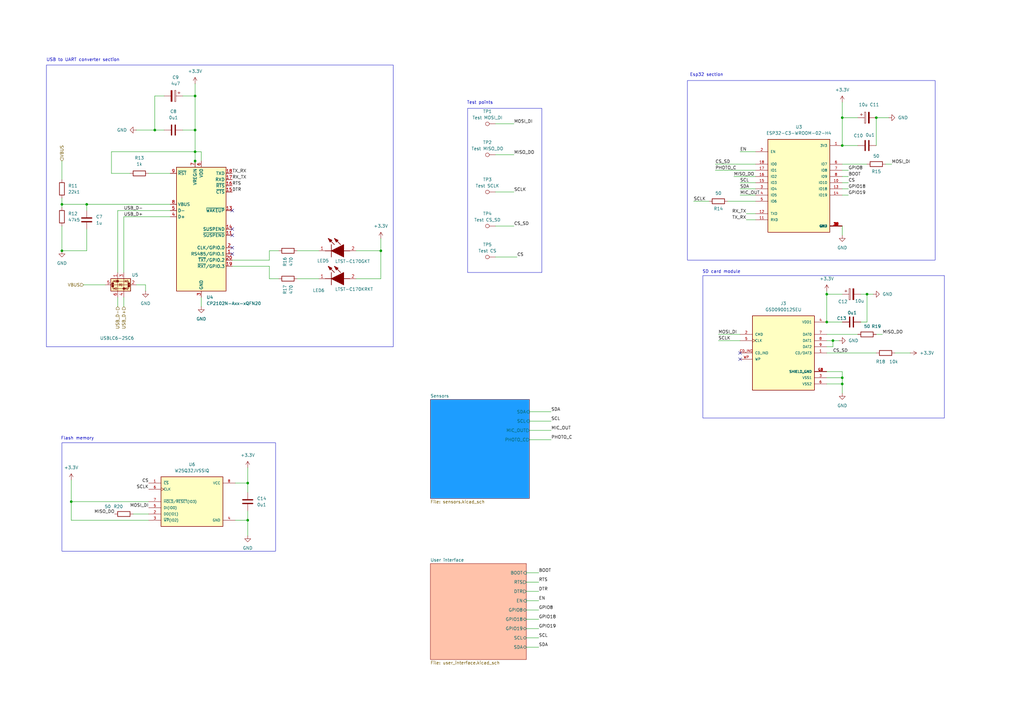
<source format=kicad_sch>
(kicad_sch (version 20250114) (generator "eeschema") (generator_version "9.0")
  (paper "A3")
  (lib_symbols
    (symbol "Connector:TestPoint" (pin_numbers (hide yes)) (pin_names (offset 0.762) (hide yes))
      (property "Reference" "TP" (at 0 6.858 0))
      (property "Value" "TestPoint" (at 0 5.08 0))
      (symbol "TestPoint_0_1"
        (circle (center 0 3.302) (radius 0.762))
      )
      (symbol "TestPoint_1_1"
        (pin passive line (at 0 0 90) (length 2.54) (name "1") (number "1"))
      )
    )
    (symbol "Device:C" (pin_numbers (hide yes)) (pin_names (offset 0.254))
      (property "Reference" "C" (at 0.635 2.54 0))
      (property "Value" "C" (at 0.635 -2.54 0))
      (symbol "C_0_1"
        (polyline (pts (xy -2.032 0.762) (xy 2.032 0.762)) (stroke (width 0.508)))
        (polyline (pts (xy -2.032 -0.762) (xy 2.032 -0.762)) (stroke (width 0.508)))
      )
      (symbol "C_1_1"
        (pin passive line (at 0 3.81 270) (length 2.794) (name "~") (number "1"))
        (pin passive line (at 0 -3.81 90) (length 2.794) (name "~") (number "2"))
      )
    )
    (symbol "Device:C_Polarized" (pin_numbers (hide yes)) (pin_names (offset 0.254))
      (property "Reference" "C" (at 0.635 2.54 0))
      (property "Value" "C_Polarized" (at 0.635 -2.54 0))
      (symbol "C_Polarized_0_1"
        (rectangle (start -2.286 0.508) (end 2.286 1.016))
        (polyline (pts (xy -1.778 2.286) (xy -0.762 2.286)))
        (polyline (pts (xy -1.27 2.794) (xy -1.27 1.778)))
        (rectangle (start 2.286 -0.508) (end -2.286 -1.016) (fill (type outline)))
      )
      (symbol "C_Polarized_1_1"
        (pin passive line (at 0 3.81 270) (length 2.794) (name "~") (number "1"))
        (pin passive line (at 0 -3.81 90) (length 2.794) (name "~") (number "2"))
      )
    )
    (symbol "Device:R" (pin_numbers (hide yes)) (pin_names (offset 0))
      (property "Reference" "R" (at 2.032 0 90))
      (property "Value" "R" (at 0 0 90))
      (symbol "R_0_1"
        (rectangle (start -1.016 -2.54) (end 1.016 2.54) (stroke (width 0.254)))
      )
      (symbol "R_1_1"
        (pin passive line (at 0 3.81 270) (length 1.27) (name "~") (number "1"))
        (pin passive line (at 0 -3.81 90) (length 1.27) (name "~") (number "2"))
      )
    )
    (symbol "ESP32-C3-WROOM-02-H4:ESP32-C3-WROOM-02-H4" (pin_names (offset 1.016))
      (property "Reference" "U" (at -12.7 21.082 0))
      (property "Value" "ESP32-C3-WROOM-02-H4" (at -12.7 -18.542 0))
      (symbol "ESP32-C3-WROOM-02-H4_0_0"
        (rectangle (start -12.7 -17.78) (end 12.7 20.32) (stroke (width 0.254)) (fill (type background)))
        (pin input line (at -17.78 15.24 0) (length 5.08) (name "EN") (number "2"))
        (pin bidirectional line (at -17.78 10.16 0) (length 5.08) (name "IO0") (number "18"))
        (pin bidirectional line (at -17.78 7.62 0) (length 5.08) (name "IO1") (number "17"))
        (pin bidirectional line (at -17.78 5.08 0) (length 5.08) (name "IO2") (number "16"))
        (pin bidirectional line (at -17.78 2.54 0) (length 5.08) (name "IO3") (number "15"))
        (pin bidirectional line (at -17.78 0 0) (length 5.08) (name "IO4") (number "3"))
        (pin bidirectional line (at -17.78 -2.54 0) (length 5.08) (name "IO5") (number "4"))
        (pin bidirectional line (at -17.78 -5.08 0) (length 5.08) (name "IO6") (number "5"))
        (pin bidirectional line (at -17.78 -10.16 0) (length 5.08) (name "TXD") (number "12"))
        (pin bidirectional line (at -17.78 -12.7 0) (length 5.08) (name "RXD") (number "11"))
        (pin power_in line (at 17.78 17.78 180) (length 5.08) (name "3V3") (number "1"))
        (pin bidirectional line (at 17.78 10.16 180) (length 5.08) (name "IO7") (number "6"))
        (pin bidirectional line (at 17.78 7.62 180) (length 5.08) (name "IO8") (number "7"))
        (pin bidirectional line (at 17.78 5.08 180) (length 5.08) (name "IO9") (number "8"))
        (pin bidirectional line (at 17.78 2.54 180) (length 5.08) (name "IO10") (number "10"))
        (pin bidirectional line (at 17.78 0 180) (length 5.08) (name "IO18") (number "13"))
        (pin bidirectional line (at 17.78 -2.54 180) (length 5.08) (name "IO19") (number "14"))
        (pin power_in line (at 17.78 -15.24 180) (length 5.08) (name "GND") (number "19"))
        (pin power_in line (at 17.78 -15.24 180) (length 5.08) (name "GND") (number "20"))
        (pin power_in line (at 17.78 -15.24 180) (length 5.08) (name "GND") (number "21"))
        (pin power_in line (at 17.78 -15.24 180) (length 5.08) (name "GND") (number "22"))
        (pin power_in line (at 17.78 -15.24 180) (length 5.08) (name "GND") (number "23"))
        (pin power_in line (at 17.78 -15.24 180) (length 5.08) (name "GND") (number "24"))
        (pin power_in line (at 17.78 -15.24 180) (length 5.08) (name "GND") (number "25"))
        (pin power_in line (at 17.78 -15.24 180) (length 5.08) (name "GND") (number "26"))
        (pin power_in line (at 17.78 -15.24 180) (length 5.08) (name "GND") (number "27"))
        (pin power_in line (at 17.78 -15.24 180) (length 5.08) (name "GND") (number "28"))
        (pin power_in line (at 17.78 -15.24 180) (length 5.08) (name "GND") (number "29"))
        (pin power_in line (at 17.78 -15.24 180) (length 5.08) (name "GND") (number "30"))
        (pin power_in line (at 17.78 -15.24 180) (length 5.08) (name "GND") (number "31"))
        (pin power_in line (at 17.78 -15.24 180) (length 5.08) (name "GND") (number "32"))
        (pin power_in line (at 17.78 -15.24 180) (length 5.08) (name "GND") (number "33"))
        (pin power_in line (at 17.78 -15.24 180) (length 5.08) (name "GND") (number "34"))
        (pin power_in line (at 17.78 -15.24 180) (length 5.08) (name "GND") (number "35"))
        (pin power_in line (at 17.78 -15.24 180) (length 5.08) (name "GND") (number "36"))
        (pin power_in line (at 17.78 -15.24 180) (length 5.08) (name "GND") (number "37"))
        (pin power_in line (at 17.78 -15.24 180) (length 5.08) (name "GND") (number "38"))
        (pin power_in line (at 17.78 -15.24 180) (length 5.08) (name "GND") (number "39"))
        (pin power_in line (at 17.78 -15.24 180) (length 5.08) (name "GND") (number "9"))
      )
    )
    (symbol "GSD090012SEU:GSD090012SEU" (pin_names (offset 1.016))
      (property "Reference" "J" (at -12.7 16.002 0))
      (property "Value" "GSD090012SEU" (at -12.7 -17.78 0))
      (symbol "GSD090012SEU_0_0"
        (rectangle (start -12.7 -15.24) (end 12.7 15.24) (stroke (width 0.254)) (fill (type background)))
        (pin bidirectional line (at -17.78 7.62 0) (length 5.08) (name "CMD") (number "2"))
        (pin bidirectional clock (at -17.78 5.08 0) (length 5.08) (name "CLK") (number "5"))
        (pin passive line (at -17.78 0 0) (length 5.08) (name "CD_IND") (number "CD_IND"))
        (pin passive line (at -17.78 -2.54 0) (length 5.08) (name "WP") (number "WP"))
        (pin power_in line (at 17.78 12.7 180) (length 5.08) (name "VDD1") (number "4"))
        (pin bidirectional line (at 17.78 7.62 180) (length 5.08) (name "DAT0") (number "7"))
        (pin bidirectional line (at 17.78 5.08 180) (length 5.08) (name "DAT1") (number "8"))
        (pin bidirectional line (at 17.78 2.54 180) (length 5.08) (name "DAT2") (number "9"))
        (pin bidirectional line (at 17.78 0 180) (length 5.08) (name "CD/DAT3") (number "1"))
        (pin power_in line (at 17.78 -7.62 180) (length 5.08) (name "SHIELD_GND") (number "G1"))
        (pin power_in line (at 17.78 -7.62 180) (length 5.08) (name "SHIELD_GND") (number "G2"))
        (pin power_in line (at 17.78 -7.62 180) (length 5.08) (name "SHIELD_GND") (number "G3"))
        (pin power_in line (at 17.78 -7.62 180) (length 5.08) (name "SHIELD_GND") (number "G4"))
        (pin power_in line (at 17.78 -10.16 180) (length 5.08) (name "VSS1") (number "3"))
        (pin power_in line (at 17.78 -12.7 180) (length 5.08) (name "VSS2") (number "6"))
      )
    )
    (symbol "Interface_USB:CP2102N-Axx-xQFN20"
      (property "Reference" "U" (at -8.89 26.67 0))
      (property "Value" "CP2102N-Axx-xQFN20" (at 12.7 26.67 0))
      (symbol "CP2102N-Axx-xQFN20_0_1"
        (rectangle (start -10.16 25.4) (end 10.16 -25.4) (stroke (width 0.254)) (fill (type background)))
      )
      (symbol "CP2102N-Axx-xQFN20_1_1"
        (pin input line (at -12.7 22.86 0) (length 2.54) (name "~{RST}") (number "9"))
        (pin input line (at -12.7 10.16 0) (length 2.54) (name "VBUS") (number "8"))
        (pin bidirectional line (at -12.7 7.62 0) (length 2.54) (name "D-") (number "5"))
        (pin bidirectional line (at -12.7 5.08 0) (length 2.54) (name "D+") (number "4"))
        (pin no_connect line (at -10.16 -22.86 0) (length 2.54) (hide yes) (name "NC") (number "10"))
        (pin power_in line (at -2.54 27.94 270) (length 2.54) (name "VREGIN") (number "7"))
        (pin power_in line (at 0 27.94 270) (length 2.54) (name "VDD") (number "6"))
        (pin passive line (at 0 -27.94 90) (length 2.54) (hide yes) (name "GND") (number "12"))
        (pin passive line (at 0 -27.94 90) (length 2.54) (hide yes) (name "GND") (number "21"))
        (pin power_in line (at 0 -27.94 90) (length 2.54) (name "GND") (number "3"))
        (pin output line (at 12.7 22.86 180) (length 2.54) (name "TXD") (number "18"))
        (pin input line (at 12.7 20.32 180) (length 2.54) (name "RXD") (number "17"))
        (pin output line (at 12.7 17.78 180) (length 2.54) (name "~{RTS}") (number "16"))
        (pin input line (at 12.7 15.24 180) (length 2.54) (name "~{CTS}") (number "15"))
        (pin input line (at 12.7 7.62 180) (length 2.54) (name "~{WAKEUP}") (number "13"))
        (pin output line (at 12.7 0 180) (length 2.54) (name "SUSPEND") (number "14"))
        (pin output line (at 12.7 -2.54 180) (length 2.54) (name "~{SUSPEND}") (number "11"))
        (pin bidirectional line (at 12.7 -7.62 180) (length 2.54) (name "CLK/GPIO.0") (number "2"))
        (pin bidirectional line (at 12.7 -10.16 180) (length 2.54) (name "RS485/GPIO.1") (number "1"))
        (pin bidirectional line (at 12.7 -12.7 180) (length 2.54) (name "~{TXT}/GPIO.2") (number "20"))
        (pin bidirectional line (at 12.7 -15.24 180) (length 2.54) (name "~{RXT}/GPIO.3") (number "19"))
      )
    )
    (symbol "LTST-C170GKT:LTST-C170GKT" (pin_names (hide yes))
      (property "Reference" "LED" (at 12.7 8.89 0))
      (property "Value" "LTST-C170GKT" (at 12.7 6.35 0))
      (symbol "LTST-C170GKT_1_1"
        (polyline (pts (xy 2.54 0) (xy 5.08 0)) (stroke (width 0.254)))
        (polyline (pts (xy 5.08 2.54) (xy 5.08 -2.54)) (stroke (width 0.254)))
        (polyline (pts (xy 5.08 0) (xy 10.16 2.54) (xy 10.16 -2.54) (xy 5.08 0)) (stroke (width 0.254)) (fill (type outline)))
        (polyline (pts (xy 5.334 4.318) (xy 4.572 3.556) (xy 3.81 5.08) (xy 5.334 4.318)) (stroke (width 0.254)) (fill (type outline)))
        (polyline (pts (xy 6.35 2.54) (xy 3.81 5.08)) (stroke (width 0.254)))
        (polyline (pts (xy 7.874 4.318) (xy 7.112 3.556) (xy 6.35 5.08) (xy 7.874 4.318)) (stroke (width 0.254)) (fill (type outline)))
        (polyline (pts (xy 8.89 2.54) (xy 6.35 5.08)) (stroke (width 0.254)))
        (polyline (pts (xy 10.16 0) (xy 12.7 0)) (stroke (width 0.254)))
        (pin passive line (at 0 0 0) (length 2.54) (name "K") (number "1"))
        (pin passive line (at 15.24 0 180) (length 2.54) (name "A") (number "2"))
      )
    )
    (symbol "LTST-C170KRKT:LTST-C170KRKT" (pin_names (hide yes))
      (property "Reference" "LED" (at 12.7 8.89 0))
      (property "Value" "LTST-C170KRKT" (at 12.7 6.35 0))
      (symbol "LTST-C170KRKT_1_1"
        (polyline (pts (xy 2.54 0) (xy 5.08 0)) (stroke (width 0.254)))
        (polyline (pts (xy 5.08 2.54) (xy 5.08 -2.54)) (stroke (width 0.254)))
        (polyline (pts (xy 5.08 0) (xy 10.16 2.54) (xy 10.16 -2.54) (xy 5.08 0)) (stroke (width 0.254)) (fill (type outline)))
        (polyline (pts (xy 5.334 4.318) (xy 4.572 3.556) (xy 3.81 5.08) (xy 5.334 4.318)) (stroke (width 0.254)) (fill (type outline)))
        (polyline (pts (xy 6.35 2.54) (xy 3.81 5.08)) (stroke (width 0.254)))
        (polyline (pts (xy 7.874 4.318) (xy 7.112 3.556) (xy 6.35 5.08) (xy 7.874 4.318)) (stroke (width 0.254)) (fill (type outline)))
        (polyline (pts (xy 8.89 2.54) (xy 6.35 5.08)) (stroke (width 0.254)))
        (polyline (pts (xy 10.16 0) (xy 12.7 0)) (stroke (width 0.254)))
        (pin passive line (at 0 0 0) (length 2.54) (name "K") (number "1"))
        (pin passive line (at 15.24 0 180) (length 2.54) (name "A") (number "2"))
      )
    )
    (symbol "Power_Protection:USBLC6-2SC6" (pin_names (hide yes))
      (property "Reference" "U" (at 0.635 5.715 0))
      (property "Value" "USBLC6-2SC6" (at 0.635 3.81 0))
      (symbol "USBLC6-2SC6_0_0"
        (circle (center -1.524 0) (radius 0.0001) (stroke (width 0.508)))
        (circle (center -0.508 2.032) (radius 0.0001) (stroke (width 0.508)))
        (circle (center -0.508 -4.572) (radius 0.0001) (stroke (width 0.508)))
        (circle (center 0.508 2.032) (radius 0.0001) (stroke (width 0.508)))
        (circle (center 0.508 -4.572) (radius 0.0001) (stroke (width 0.508)))
        (circle (center 1.524 -2.54) (radius 0.0001) (stroke (width 0.508)))
      )
      (symbol "USBLC6-2SC6_0_1"
        (polyline (pts (xy -2.54 0) (xy 2.54 0)))
        (polyline (pts (xy -2.54 -2.54) (xy 2.54 -2.54)))
        (polyline (pts (xy -2.032 0.508) (xy -1.016 0.508) (xy -1.524 1.524) (xy -2.032 0.508)))
        (polyline (pts (xy -2.032 -3.048) (xy -1.016 -3.048)))
        (polyline (pts (xy -1.016 1.524) (xy -2.032 1.524)))
        (polyline (pts (xy -1.016 -4.064) (xy -2.032 -4.064) (xy -1.524 -3.048) (xy -1.016 -4.064)))
        (polyline (pts (xy -0.508 -1.143) (xy -0.508 -0.762) (xy 0.508 -0.762)))
        (polyline (pts (xy 0 2.54) (xy -0.508 2.032) (xy 0.508 2.032) (xy 0 1.524) (xy 0 -4.064) (xy -0.508 -4.572) (xy 0.508 -4.572) (xy 0 -5.08)))
        (polyline (pts (xy 0.508 -1.778) (xy -0.508 -1.778) (xy 0 -0.762) (xy 0.508 -1.778)))
        (polyline (pts (xy 1.016 1.524) (xy 2.032 1.524)))
        (polyline (pts (xy 1.016 -3.048) (xy 2.032 -3.048)))
        (polyline (pts (xy 2.032 0.508) (xy 1.016 0.508) (xy 1.524 1.524) (xy 2.032 0.508)))
        (polyline (pts (xy 2.032 -4.064) (xy 1.016 -4.064) (xy 1.524 -3.048) (xy 2.032 -4.064)))
      )
      (symbol "USBLC6-2SC6_1_1"
        (rectangle (start -2.54 2.794) (end 2.54 -5.334) (stroke (width 0.254)) (fill (type background)))
        (polyline (pts (xy -0.508 2.032) (xy -1.524 2.032) (xy -1.524 -4.572) (xy -0.508 -4.572)))
        (polyline (pts (xy 0.508 -4.572) (xy 1.524 -4.572) (xy 1.524 2.032) (xy 0.508 2.032)))
        (pin passive line (at -5.08 0 0) (length 2.54) (name "I/O1") (number "1"))
        (pin passive line (at -5.08 -2.54 0) (length 2.54) (name "I/O2") (number "3"))
        (pin passive line (at 0 5.08 270) (length 2.54) (name "VBUS") (number "5"))
        (pin passive line (at 0 -7.62 90) (length 2.54) (name "GND") (number "2"))
        (pin passive line (at 5.08 0 180) (length 2.54) (name "I/O1") (number "6"))
        (pin passive line (at 5.08 -2.54 180) (length 2.54) (name "I/O2") (number "4"))
      )
    )
    (symbol "W25Q32JVSSIQ:W25Q32JVSSIQ" (pin_names (offset 1.016))
      (property "Reference" "U" (at -12.4723 10.945 0))
      (property "Value" "W25Q32JVSSIQ" (at -12.4744 -12.2198 0))
      (symbol "W25Q32JVSSIQ_0_0"
        (rectangle (start -12.7 -10.16) (end 12.7 10.16) (stroke (width 0.254)) (fill (type background)))
        (pin input line (at -17.78 7.62 0) (length 5.08) (name "~{CS}") (number "1"))
        (pin input clock (at -17.78 5.08 0) (length 5.08) (name "CLK") (number "6"))
        (pin bidirectional line (at -17.78 0 0) (length 5.08) (name "~{HOLD}/~{RESET}(IO3)") (number "7"))
        (pin bidirectional line (at -17.78 -2.54 0) (length 5.08) (name "DI(IO0)") (number "5"))
        (pin bidirectional line (at -17.78 -5.08 0) (length 5.08) (name "DO(IO1)") (number "2"))
        (pin bidirectional line (at -17.78 -7.62 0) (length 5.08) (name "~{WP}(IO2)") (number "3"))
        (pin power_in line (at 17.78 7.62 180) (length 5.08) (name "VCC") (number "8"))
        (pin power_in line (at 17.78 -7.62 180) (length 5.08) (name "GND") (number "4"))
      )
    )
    (symbol "power:+3.3V" (power) (pin_numbers (hide yes)) (pin_names (offset 0) (hide yes))
      (property "Value" "+3.3V" (at 0 3.556 0))
      (symbol "+3.3V_0_1"
        (polyline (pts (xy -0.762 1.27) (xy 0 2.54)))
        (polyline (pts (xy 0 2.54) (xy 0.762 1.27)))
        (polyline (pts (xy 0 0) (xy 0 2.54)))
      )
      (symbol "+3.3V_1_1"
        (pin power_in line (at 0 0 90) (length 0) (name "~") (number "1"))
      )
    )
    (symbol "power:GND" (power) (pin_numbers (hide yes)) (pin_names (offset 0) (hide yes))
      (property "Value" "GND" (at 0 -3.81 0))
      (symbol "GND_0_1"
        (polyline (pts (xy 0 0) (xy 0 -1.27) (xy 1.27 -1.27) (xy 0 -2.54) (xy -1.27 -1.27) (xy 0 -1.27)))
      )
      (symbol "GND_1_1"
        (pin power_in line (at 0 0 270) (length 0) (name "~") (number "1"))
      )
    )
  )
  (rectangle (start 288.29 113.03) (end 387.35 171.45))
  (rectangle (start 281.94 33.02) (end 383.54 106.68))
  (rectangle (start 19.05 26.67) (end 161.29 142.24))
  (rectangle (start 25.4 181.61) (end 113.03 226.06))
  (rectangle (start 191.77 44.45) (end 222.25 111.76))
  (text "Test points" (at 196.85 42.164 0) (effects (font (size 1.27 1.27))))
  (text "USB to UART converter section" (at 34.036 24.638 0) (effects (font (size 1.27 1.27))))
  (text "Flash memory " (at 32.258 179.832 0) (effects (font (size 1.27 1.27))))
  (text "Esp32 section" (at 289.814 30.734 0) (effects (font (size 1.27 1.27))))
  (text "SD card module" (at 295.91 111.506 0) (effects (font (size 1.27 1.27))))
  (junction (at 25.4 102.87))
  (junction (at 29.21 205.74))
  (junction (at 339.09 132.08))
  (junction (at 355.6 120.65))
  (junction (at 156.21 102.87))
  (junction (at 35.56 83.82))
  (junction (at 341.63 139.7))
  (junction (at 80.01 62.23))
  (junction (at 359.41 48.26))
  (junction (at 101.6 213.36))
  (junction (at 345.44 154.94))
  (junction (at 80.01 39.37))
  (junction (at 63.5 53.34))
  (junction (at 80.01 66.04))
  (junction (at 101.6 198.12))
  (junction (at 25.4 83.82))
  (junction (at 345.44 48.26))
  (junction (at 339.09 120.65))
  (junction (at 80.01 53.34))
  (junction (at 345.44 157.48))
  (junction (at 345.44 59.69))
  (no_connect (at 95.25 86.36))
  (no_connect (at 95.25 101.6))
  (no_connect (at 95.25 93.98))
  (no_connect (at 95.25 104.14))
  (no_connect (at 303.53 144.78))
  (no_connect (at 303.53 147.32))
  (no_connect (at 95.25 96.52))
  (wire (pts (xy 156.21 102.87) (xy 156.21 114.3)))
  (wire (pts (xy 345.44 67.31) (xy 355.6 67.31)))
  (wire (pts (xy 53.34 71.12) (xy 45.72 71.12)))
  (wire (pts (xy 25.4 92.71) (xy 25.4 102.87)))
  (wire (pts (xy 203.2 92.71) (xy 210.82 92.71)))
  (wire (pts (xy 101.6 198.12) (xy 101.6 201.93)))
  (wire (pts (xy 306.07 87.63) (xy 309.88 87.63)))
  (wire (pts (xy 203.2 63.5) (xy 210.82 63.5)))
  (wire (pts (xy 101.6 213.36) (xy 101.6 209.55)))
  (wire (pts (xy 351.79 48.26) (xy 345.44 48.26)))
  (wire (pts (xy 303.53 62.23) (xy 309.88 62.23)))
  (wire (pts (xy 101.6 191.77) (xy 101.6 198.12)))
  (wire (pts (xy 48.26 121.92) (xy 48.26 125.73)))
  (wire (pts (xy 82.55 66.04) (xy 82.55 62.23)))
  (wire (pts (xy 50.8 121.92) (xy 50.8 125.73)))
  (wire (pts (xy 345.44 152.4) (xy 345.44 154.94)))
  (wire (pts (xy 67.31 39.37) (xy 63.5 39.37)))
  (wire (pts (xy 293.37 67.31) (xy 309.88 67.31)))
  (wire (pts (xy 363.22 67.31) (xy 365.76 67.31)))
  (wire (pts (xy 300.99 72.39) (xy 309.88 72.39)))
  (wire (pts (xy 48.26 86.36) (xy 69.85 86.36)))
  (wire (pts (xy 80.01 39.37) (xy 80.01 53.34)))
  (wire (pts (xy 217.17 180.34) (xy 226.06 180.34)))
  (wire (pts (xy 341.63 142.24) (xy 341.63 139.7)))
  (wire (pts (xy 29.21 205.74) (xy 60.96 205.74)))
  (wire (pts (xy 45.72 62.23) (xy 80.01 62.23)))
  (wire (pts (xy 25.4 83.82) (xy 35.56 83.82)))
  (wire (pts (xy 96.52 213.36) (xy 101.6 213.36)))
  (wire (pts (xy 339.09 152.4) (xy 345.44 152.4)))
  (wire (pts (xy 215.9 238.76) (xy 220.98 238.76)))
  (wire (pts (xy 60.96 213.36) (xy 29.21 213.36)))
  (wire (pts (xy 54.61 210.82) (xy 60.96 210.82)))
  (wire (pts (xy 80.01 62.23) (xy 80.01 66.04)))
  (wire (pts (xy 345.44 157.48) (xy 345.44 161.29)))
  (wire (pts (xy 215.9 234.95) (xy 220.98 234.95)))
  (wire (pts (xy 25.4 81.28) (xy 25.4 83.82)))
  (wire (pts (xy 110.49 106.68) (xy 110.49 102.87)))
  (wire (pts (xy 341.63 139.7) (xy 344.17 139.7)))
  (wire (pts (xy 339.09 142.24) (xy 341.63 142.24)))
  (wire (pts (xy 215.9 257.81) (xy 220.98 257.81)))
  (wire (pts (xy 303.53 80.01) (xy 309.88 80.01)))
  (wire (pts (xy 55.88 53.34) (xy 63.5 53.34)))
  (wire (pts (xy 345.44 72.39) (xy 347.98 72.39)))
  (wire (pts (xy 55.88 116.84) (xy 59.69 116.84)))
  (wire (pts (xy 50.8 88.9) (xy 69.85 88.9)))
  (wire (pts (xy 339.09 144.78) (xy 359.41 144.78)))
  (wire (pts (xy 34.29 116.84) (xy 43.18 116.84)))
  (wire (pts (xy 35.56 83.82) (xy 35.56 86.36)))
  (wire (pts (xy 203.2 78.74) (xy 210.82 78.74)))
  (wire (pts (xy 110.49 102.87) (xy 114.3 102.87)))
  (wire (pts (xy 293.37 69.85) (xy 309.88 69.85)))
  (wire (pts (xy 146.05 102.87) (xy 156.21 102.87)))
  (wire (pts (xy 345.44 154.94) (xy 345.44 157.48)))
  (wire (pts (xy 29.21 213.36) (xy 29.21 205.74)))
  (wire (pts (xy 345.44 41.91) (xy 345.44 48.26)))
  (wire (pts (xy 339.09 139.7) (xy 341.63 139.7)))
  (wire (pts (xy 359.41 59.69) (xy 359.41 48.26)))
  (wire (pts (xy 215.9 250.19) (xy 220.98 250.19)))
  (wire (pts (xy 215.9 242.57) (xy 220.98 242.57)))
  (wire (pts (xy 60.96 71.12) (xy 69.85 71.12)))
  (wire (pts (xy 217.17 172.72) (xy 226.06 172.72)))
  (wire (pts (xy 45.72 71.12) (xy 45.72 62.23)))
  (wire (pts (xy 217.17 176.53) (xy 226.06 176.53)))
  (wire (pts (xy 121.92 102.87) (xy 130.81 102.87)))
  (wire (pts (xy 367.03 144.78) (xy 373.38 144.78)))
  (wire (pts (xy 345.44 80.01) (xy 347.98 80.01)))
  (wire (pts (xy 215.9 265.43) (xy 220.98 265.43)))
  (wire (pts (xy 95.25 109.22) (xy 110.49 109.22)))
  (wire (pts (xy 203.2 105.41) (xy 212.09 105.41)))
  (wire (pts (xy 355.6 120.65) (xy 358.14 120.65)))
  (wire (pts (xy 339.09 137.16) (xy 351.79 137.16)))
  (wire (pts (xy 215.9 261.62) (xy 220.98 261.62)))
  (wire (pts (xy 359.41 137.16) (xy 361.95 137.16)))
  (wire (pts (xy 345.44 59.69) (xy 351.79 59.69)))
  (wire (pts (xy 74.93 53.34) (xy 80.01 53.34)))
  (wire (pts (xy 80.01 53.34) (xy 80.01 62.23)))
  (wire (pts (xy 74.93 39.37) (xy 80.01 39.37)))
  (wire (pts (xy 339.09 154.94) (xy 345.44 154.94)))
  (wire (pts (xy 217.17 168.91) (xy 226.06 168.91)))
  (wire (pts (xy 156.21 97.79) (xy 156.21 102.87)))
  (wire (pts (xy 114.3 114.3) (xy 110.49 114.3)))
  (wire (pts (xy 339.09 120.65) (xy 339.09 132.08)))
  (wire (pts (xy 284.48 82.55) (xy 290.83 82.55)))
  (wire (pts (xy 50.8 111.76) (xy 50.8 88.9)))
  (wire (pts (xy 294.64 137.16) (xy 303.53 137.16)))
  (wire (pts (xy 359.41 48.26) (xy 364.49 48.26)))
  (wire (pts (xy 345.44 48.26) (xy 345.44 59.69)))
  (wire (pts (xy 339.09 157.48) (xy 345.44 157.48)))
  (wire (pts (xy 96.52 198.12) (xy 101.6 198.12)))
  (wire (pts (xy 95.25 106.68) (xy 110.49 106.68)))
  (wire (pts (xy 215.9 254) (xy 220.98 254)))
  (wire (pts (xy 48.26 111.76) (xy 48.26 86.36)))
  (wire (pts (xy 25.4 83.82) (xy 25.4 85.09)))
  (wire (pts (xy 353.06 120.65) (xy 355.6 120.65)))
  (wire (pts (xy 345.44 77.47) (xy 347.98 77.47)))
  (wire (pts (xy 82.55 121.92) (xy 82.55 125.73)))
  (wire (pts (xy 59.69 116.84) (xy 59.69 119.38)))
  (wire (pts (xy 146.05 114.3) (xy 156.21 114.3)))
  (wire (pts (xy 294.64 139.7) (xy 303.53 139.7)))
  (wire (pts (xy 25.4 102.87) (xy 35.56 102.87)))
  (wire (pts (xy 121.92 114.3) (xy 130.81 114.3)))
  (wire (pts (xy 298.45 82.55) (xy 309.88 82.55)))
  (wire (pts (xy 80.01 66.04) (xy 80.01 67.31)))
  (wire (pts (xy 29.21 196.85) (xy 29.21 205.74)))
  (wire (pts (xy 203.2 50.8) (xy 210.82 50.8)))
  (wire (pts (xy 110.49 109.22) (xy 110.49 114.3)))
  (wire (pts (xy 306.07 90.17) (xy 309.88 90.17)))
  (wire (pts (xy 80.01 62.23) (xy 82.55 62.23)))
  (wire (pts (xy 63.5 53.34) (xy 67.31 53.34)))
  (wire (pts (xy 303.53 74.93) (xy 309.88 74.93)))
  (wire (pts (xy 35.56 83.82) (xy 69.85 83.82)))
  (wire (pts (xy 355.6 132.08) (xy 353.06 132.08)))
  (wire (pts (xy 25.4 66.04) (xy 25.4 73.66)))
  (wire (pts (xy 355.6 132.08) (xy 355.6 120.65)))
  (wire (pts (xy 303.53 77.47) (xy 309.88 77.47)))
  (wire (pts (xy 339.09 119.38) (xy 339.09 120.65)))
  (wire (pts (xy 345.44 74.93) (xy 347.98 74.93)))
  (wire (pts (xy 345.44 69.85) (xy 347.98 69.85)))
  (wire (pts (xy 63.5 39.37) (xy 63.5 53.34)))
  (wire (pts (xy 215.9 246.38) (xy 220.98 246.38)))
  (wire (pts (xy 101.6 213.36) (xy 101.6 219.71)))
  (wire (pts (xy 80.01 34.29) (xy 80.01 39.37)))
  (wire (pts (xy 345.44 120.65) (xy 339.09 120.65)))
  (wire (pts (xy 339.09 132.08) (xy 345.44 132.08)))
  (wire (pts (xy 35.56 102.87) (xy 35.56 93.98)))
  (wire (pts (xy 345.44 92.71) (xy 345.44 96.52)))
  (label "GPIO18" (at 347.98 77.47 0))
  (label "MOSI_DI" (at 294.64 137.16 0))
  (label "MISO_DO" (at 300.99 72.39 0))
  (label "TX_RX" (at 95.25 71.12 0))
  (label "USB_D-" (at 50.8 86.36 0))
  (label "MISO_DO" (at 46.99 210.82 180))
  (label "DTR" (at 95.25 78.74 0))
  (label "MISO_DO" (at 361.95 137.16 0))
  (label "SDA" (at 303.53 77.47 0))
  (label "SCLK" (at 210.82 78.74 0))
  (label "GPIO18" (at 220.98 254 0))
  (label "EN" (at 303.53 62.23 0))
  (label "CS" (at 212.09 105.41 0))
  (label "SDA" (at 220.98 265.43 0))
  (label "MIC_OUT" (at 226.06 176.53 0))
  (label "GPIO8" (at 347.98 69.85 0))
  (label "GPIO19" (at 220.98 257.81 0))
  (label "PHOTO_C" (at 226.06 180.34 0))
  (label "MOSI_DI" (at 60.96 208.28 180))
  (label "MIC_OUT" (at 303.53 80.01 0))
  (label "BOOT" (at 220.98 234.95 0))
  (label "SCLK" (at 294.64 139.7 0))
  (label "SCLK" (at 284.48 82.55 0))
  (label "MISO_DO" (at 210.82 63.5 0))
  (label "BOOT" (at 347.98 72.39 0))
  (label "SCL" (at 303.53 74.93 0))
  (label "USB_D+" (at 50.8 88.9 0))
  (label "RTS" (at 220.98 238.76 0))
  (label "SCL" (at 220.98 261.62 0))
  (label "CS" (at 60.96 198.12 180))
  (label "RX_TX" (at 95.25 73.66 0))
  (label "PHOTO_C" (at 293.37 69.85 0))
  (label "SCL" (at 226.06 172.72 0))
  (label "RX_TX" (at 306.07 87.63 180))
  (label "SCLK" (at 60.96 200.66 180))
  (label "EN" (at 220.98 246.38 0))
  (label "GPIO8" (at 220.98 250.19 0))
  (label "MOSI_DI" (at 210.82 50.8 0))
  (label "CS_SD" (at 210.82 92.71 0))
  (label "TX_RX" (at 306.07 90.17 180))
  (label "CS" (at 347.98 74.93 0))
  (label "CS_SD" (at 341.63 144.78 0))
  (label "DTR" (at 220.98 242.57 0))
  (label "GPIO19" (at 347.98 80.01 0))
  (label "CS_SD" (at 293.37 67.31 0))
  (label "RTS" (at 95.25 76.2 0))
  (label "MOSI_DI" (at 365.76 67.31 0))
  (label "SDA" (at 226.06 168.91 0))
  (hierarchical_label "VBUS" (shape input) (at 34.29 116.84 180))
  (hierarchical_label "USB_D-" (shape input) (at 48.26 125.73 270))
  (hierarchical_label "USB_D+" (shape input) (at 50.8 125.73 270))
  (hierarchical_label "VBUS" (shape input) (at 25.4 66.04 90))
  (symbol (lib_id "Device:C_Polarized") (at 355.6 48.26 90) (mirror x) (unit 1)
    (property "Reference" "C11" (at 358.648 42.926 90))
    (property "Value" "10u" (at 354.076 42.926 90))
    (property "Footprint" "ESP32 Project Footprints:T491A" (effects (hide yes)))
    (property "Description" "Polarized capacitor" (effects (hide yes)))
  )
  (symbol (lib_id "LTST-C170KRKT:LTST-C170KRKT") (at 130.81 114.3 0) (unit 1)
    (property "Reference" "LED6" (at 128.27 119.126 0) (effects (justify left)))
    (property "Value" "LTST-C170KRKT" (at 137.414 118.618 0) (effects (justify left)))
    (property "Footprint" "ESP32 Project Footprints:LEDC2012X120N" (effects (hide yes)))
    (property "Datasheet" "https://componentsearchengine.com/Datasheets/1/LTST-C170KRKT.pdf" (effects (hide yes)))
    (property "Description" "Standard LEDs - SMD Red Clear 631nm" (effects (hide yes)))
    (property "Height" "1.2" (effects (hide yes)))
    (property "Manufacturer_Name" "Lite-On" (effects (hide yes)))
    (property "Manufacturer_Part_Number" "LTST-C170KRKT" (effects (hide yes)))
    (property "Mouser Part Number" "859-LTST-C170KRKT" (effects (hide yes)))
    (property "Mouser Price/Stock" "https://www.mouser.co.uk/ProductDetail/Lite-On/LTST-C170KRKT?qs=NUb82WqeCyrVOID%2Fxt4rgA%3D%3D" (effects (hide yes)))
    (property "Arrow Part Number" "LTST-C170KRKT" (effects (hide yes)))
    (property "Arrow Price/Stock" "https://www.arrow.com/en/products/ltst-c170krkt/lite-on-technology?utm_currency=USD&region=nac" (effects (hide yes)))
  )
  (symbol (lib_id "Connector:TestPoint") (at 203.2 92.71 90) (unit 1)
    (property "Reference" "TP4" (at 199.898 87.63 90))
    (property "Value" "Test CS_SD" (at 199.898 90.17 90))
    (property "Footprint" "TestPoint:TestPoint_Pad_D1.0mm" (effects (hide yes)))
    (property "Description" "test point" (effects (hide yes)))
  )
  (symbol (lib_id "ESP32-C3-WROOM-02-H4:ESP32-C3-WROOM-02-H4") (at 327.66 77.47 0) (unit 1)
    (property "Reference" "U3" (at 327.66 52.07 0))
    (property "Value" "ESP32-C3-WROOM-02-H4" (at 327.66 54.61 0))
    (property "Footprint" "ESP32-C3-WROOM-02-H4:MODULE_ESP32-C3-WROOM-02-H4" (effects (hide yes)))
    (property "MF" "Espressif Systems" (effects (hide yes)))
    (property "Description_1" "WiFi Modules (802.11) (Engineering Samples) SMD module, ESP32-C3, 4MB SPI flash, PCB antenna, -40 C +105 C" (effects (hide yes)))
    (property "Package" "Package" (effects (hide yes)))
    (property "Price" "None" (effects (hide yes)))
    (property "Check_prices" "https://www.snapeda.com/parts/ESP32-C3-WROOM-02-H4/Espressif+Systems/view-part/?ref=eda" (effects (hide yes)))
    (property "SnapEDA_Link" "https://www.snapeda.com/parts/ESP32-C3-WROOM-02-H4/Espressif+Systems/view-part/?ref=snap" (effects (hide yes)))
    (property "MP" "ESP32-C3-WROOM-02-H4" (effects (hide yes)))
    (property "Availability" "In Stock" (effects (hide yes)))
    (property "Purchase-URL" "https://pricing.snapeda.com/search/part/ESP32-C3-WROOM-02-H4/?ref=eda" (effects (hide yes)))
  )
  (symbol (lib_id "Device:C") (at 355.6 59.69 90) (unit 1)
    (property "Reference" "C10" (at 352.044 55.626 90))
    (property "Value" "0u1" (at 356.87 55.372 90))
    (property "Footprint" "Capacitor_SMD:C_0805_2012Metric" (effects (hide yes)))
    (property "Description" "Unpolarized capacitor" (effects (hide yes)))
  )
  (symbol (lib_id "W25Q32JVSSIQ:W25Q32JVSSIQ") (at 78.74 205.74 0) (unit 1)
    (property "Reference" "U6" (at 78.74 190.5 0))
    (property "Value" "W25Q32JVSSIQ" (at 78.74 193.04 0))
    (property "Footprint" "W25Q32JVSSIQ:SOIC127P790X216-8N" (effects (hide yes)))
    (property "MF" "Winbond" (effects (hide yes)))
    (property "Description_1" "FLASH - NOR Memory IC 32Mb (4M x 8) SPI - Quad I/O 133 MHz 8-SOIC" (effects (hide yes)))
    (property "Package" "SOIC-8 Winbond" (effects (hide yes)))
    (property "Price" "None" (effects (hide yes)))
    (property "SnapEDA_Link" "https://www.snapeda.com/parts/W25Q32JVSSIQ/Winbond+Electronics/view-part/?ref=snap" (effects (hide yes)))
    (property "MP" "W25Q32JVSSIQ" (effects (hide yes)))
    (property "M_PART_NUMBER" "W25QXX" (effects (hide yes)))
    (property "Availability" "In Stock" (effects (hide yes)))
    (property "Check_prices" "https://www.snapeda.com/parts/W25Q32JVSSIQ/Winbond+Electronics/view-part/?ref=eda" (effects (hide yes)))
  )
  (symbol (lib_id "power:+3.3V") (at 345.44 41.91 0) (mirror y) (unit 1)
    (property "Reference" "#PWR027" (effects (hide yes)))
    (property "Value" "+3.3V" (at 345.44 36.83 0))
    (property "Description" "Power symbol creates a global label with name \"+3.3V\"" (effects (hide yes)))
  )
  (symbol (lib_id "Device:R") (at 363.22 144.78 90) (unit 1)
    (property "Reference" "R18" (at 361.188 148.336 90))
    (property "Value" "10k" (at 366.522 148.336 90))
    (property "Footprint" "Resistor_SMD:R_0805_2012Metric" (effects (hide yes)))
    (property "Description" "Resistor" (effects (hide yes)))
  )
  (symbol (lib_id "power:GND") (at 55.88 53.34 270) (unit 1)
    (property "Reference" "#PWR022" (effects (hide yes)))
    (property "Value" "GND" (at 52.07 53.3399 90) (effects (justify right)))
    (property "Description" "Power symbol creates a global label with name \"GND\" , ground" (effects (hide yes)))
  )
  (symbol (lib_id "Device:C") (at 349.25 132.08 90) (unit 1)
    (property "Reference" "C13" (at 345.186 130.556 90))
    (property "Value" "0u1" (at 349.504 128.27 90))
    (property "Footprint" "Capacitor_SMD:C_0805_2012Metric" (effects (hide yes)))
    (property "Description" "Unpolarized capacitor" (effects (hide yes)))
  )
  (symbol (lib_id "Device:R") (at 57.15 71.12 90) (unit 1)
    (property "Reference" "R13" (at 57.15 64.77 90))
    (property "Value" "1k" (at 57.15 67.31 90))
    (property "Footprint" "Resistor_SMD:R_0805_2012Metric" (effects (hide yes)))
    (property "Description" "Resistor" (effects (hide yes)))
  )
  (symbol (lib_id "Interface_USB:CP2102N-Axx-xQFN20") (at 82.55 93.98 0) (unit 1)
    (property "Reference" "U4" (at 84.6933 121.92 0) (effects (justify left)))
    (property "Value" "CP2102N-Axx-xQFN20" (at 84.6933 124.46 0) (effects (justify left)))
    (property "Footprint" "Package_DFN_QFN:SiliconLabs_QFN-20-1EP_3x3mm_P0.5mm" (effects (hide yes)))
    (property "Datasheet" "https://www.silabs.com/documents/public/data-sheets/cp2102n-datasheet.pdf" (effects (hide yes)))
    (property "Description" "USB to UART master bridge, QFN-20" (effects (hide yes)))
  )
  (symbol (lib_id "Device:R") (at 294.64 82.55 90) (unit 1)
    (property "Reference" "R14" (at 294.64 85.598 90))
    (property "Value" "50" (at 294.64 79.248 90))
    (property "Footprint" "Resistor_SMD:R_0805_2012Metric" (effects (hide yes)))
    (property "Description" "Resistor" (effects (hide yes)))
  )
  (symbol (lib_id "power:GND") (at 59.69 119.38 0) (unit 1)
    (property "Reference" "#PWR020" (effects (hide yes)))
    (property "Value" "GND" (at 59.69 124.46 0))
    (property "Description" "Power symbol creates a global label with name \"GND\" , ground" (effects (hide yes)))
  )
  (symbol (lib_id "Device:C_Polarized") (at 349.25 120.65 90) (mirror x) (unit 1)
    (property "Reference" "C12" (at 345.694 123.698 90))
    (property "Value" "10u" (at 352.552 123.444 90))
    (property "Footprint" "ESP32 Project Footprints:T491A" (effects (hide yes)))
    (property "Description" "Polarized capacitor" (effects (hide yes)))
  )
  (symbol (lib_id "GSD090012SEU:GSD090012SEU") (at 321.31 144.78 0) (unit 1)
    (property "Reference" "J3" (at 321.31 124.46 0))
    (property "Value" "GSD090012SEU" (at 321.31 127 0))
    (property "Footprint" "GSD090012SEU:AMPHENOL_GSD090012SEU" (effects (hide yes)))
    (property "MF" "Amphenol" (effects (hide yes)))
    (property "MAXIMUM_PACKAGE_HEIGHT" "2.95mm" (effects (hide yes)))
    (property "Package" "None" (effects (hide yes)))
    (property "Price" "None" (effects (hide yes)))
    (property "Check_prices" "https://www.snapeda.com/parts/GSD090012SEU/Amphenol/view-part/?ref=eda" (effects (hide yes)))
    (property "STANDARD" "Manufacturer Recommendations" (effects (hide yes)))
    (property "PARTREV" "E" (effects (hide yes)))
    (property "SnapEDA_Link" "https://www.snapeda.com/parts/GSD090012SEU/Amphenol/view-part/?ref=snap" (effects (hide yes)))
    (property "MP" "GSD090012SEU" (effects (hide yes)))
    (property "Description_1" "Micro SD and SD Card Sockets, Input Output Connectors, SD Socket,9 Position,SMT" (effects (hide yes)))
    (property "Availability" "In Stock" (effects (hide yes)))
    (property "MANUFACTURER" "Amphenol" (effects (hide yes)))
  )
  (symbol (lib_id "Device:R") (at 25.4 88.9 0) (unit 1)
    (property "Reference" "R12" (at 27.94 87.6299 0) (effects (justify left)))
    (property "Value" "47k5" (at 27.94 90.1699 0) (effects (justify left)))
    (property "Footprint" "Resistor_SMD:R_0805_2012Metric" (effects (hide yes)))
    (property "Description" "Resistor" (effects (hide yes)))
  )
  (symbol (lib_id "power:GND") (at 358.14 120.65 90) (unit 1)
    (property "Reference" "#PWR033" (effects (hide yes)))
    (property "Value" "GND" (at 361.95 120.6499 90) (effects (justify right)))
    (property "Description" "Power symbol creates a global label with name \"GND\" , ground" (effects (hide yes)))
  )
  (symbol (lib_id "Connector:TestPoint") (at 203.2 78.74 90) (unit 1)
    (property "Reference" "TP3" (at 199.898 73.66 90))
    (property "Value" "Test SCLK" (at 199.898 76.2 90))
    (property "Footprint" "TestPoint:TestPoint_Pad_D1.0mm" (effects (hide yes)))
    (property "Description" "test point" (effects (hide yes)))
  )
  (symbol (lib_id "Device:C") (at 101.6 205.74 0) (unit 1)
    (property "Reference" "C14" (at 105.41 204.4699 0) (effects (justify left)))
    (property "Value" "0u1" (at 105.41 207.0099 0) (effects (justify left)))
    (property "Footprint" "Capacitor_SMD:C_0805_2012Metric" (effects (hide yes)))
    (property "Description" "Unpolarized capacitor" (effects (hide yes)))
  )
  (symbol (lib_id "power:GND") (at 364.49 48.26 90) (unit 1)
    (property "Reference" "#PWR028" (effects (hide yes)))
    (property "Value" "GND" (at 368.3 48.2599 90) (effects (justify right)))
    (property "Description" "Power symbol creates a global label with name \"GND\" , ground" (effects (hide yes)))
  )
  (symbol (lib_id "power:+3.3V") (at 29.21 196.85 0) (unit 1)
    (property "Reference" "#PWR034" (effects (hide yes)))
    (property "Value" "+3.3V" (at 29.21 191.77 0))
    (property "Description" "Power symbol creates a global label with name \"+3.3V\"" (effects (hide yes)))
  )
  (symbol (lib_id "power:GND") (at 101.6 219.71 0) (unit 1)
    (property "Reference" "#PWR036" (effects (hide yes)))
    (property "Value" "GND" (at 101.6 224.79 0))
    (property "Description" "Power symbol creates a global label with name \"GND\" , ground" (effects (hide yes)))
  )
  (symbol (lib_id "Device:R") (at 118.11 114.3 90) (mirror x) (unit 1)
    (property "Reference" "R17" (at 116.8399 116.84 0) (effects (justify left)))
    (property "Value" "470" (at 119.3799 116.84 0) (effects (justify left)))
    (property "Footprint" "Resistor_SMD:R_0805_2012Metric" (effects (hide yes)))
    (property "Description" "Resistor" (effects (hide yes)))
  )
  (symbol (lib_id "Device:C") (at 35.56 90.17 0) (unit 1)
    (property "Reference" "C7" (at 39.37 88.8999 0) (effects (justify left)))
    (property "Value" "1u" (at 39.37 91.4399 0) (effects (justify left)))
    (property "Footprint" "Capacitor_SMD:C_0805_2012Metric" (effects (hide yes)))
    (property "Description" "Unpolarized capacitor" (effects (hide yes)))
  )
  (symbol (lib_id "Connector:TestPoint") (at 203.2 105.41 90) (unit 1)
    (property "Reference" "TP5" (at 199.898 100.33 90))
    (property "Value" "Test CS" (at 199.898 102.87 90))
    (property "Footprint" "TestPoint:TestPoint_Pad_D1.0mm" (effects (hide yes)))
    (property "Description" "test point" (effects (hide yes)))
  )
  (symbol (lib_id "Device:R") (at 359.41 67.31 90) (unit 1)
    (property "Reference" "R15" (at 359.41 70.358 90))
    (property "Value" "50" (at 359.41 64.008 90))
    (property "Footprint" "Resistor_SMD:R_0805_2012Metric" (effects (hide yes)))
    (property "Description" "Resistor" (effects (hide yes)))
  )
  (symbol (lib_id "power:+3.3V") (at 373.38 144.78 270) (mirror x) (unit 1)
    (property "Reference" "#PWR030" (effects (hide yes)))
    (property "Value" "+3.3V" (at 377.19 144.7799 90) (effects (justify left)))
    (property "Description" "Power symbol creates a global label with name \"+3.3V\"" (effects (hide yes)))
  )
  (symbol (lib_id "power:GND") (at 25.4 102.87 0) (unit 1)
    (property "Reference" "#PWR021" (effects (hide yes)))
    (property "Value" "GND" (at 25.4 107.95 0))
    (property "Description" "Power symbol creates a global label with name \"GND\" , ground" (effects (hide yes)))
  )
  (symbol (lib_id "Device:C") (at 71.12 53.34 90) (unit 1)
    (property "Reference" "C8" (at 71.12 45.72 90))
    (property "Value" "0u1" (at 71.12 48.26 90))
    (property "Footprint" "Capacitor_SMD:C_0805_2012Metric" (effects (hide yes)))
    (property "Description" "Unpolarized capacitor" (effects (hide yes)))
  )
  (symbol (lib_id "power:+3.3V") (at 156.21 97.79 0) (unit 1)
    (property "Reference" "#PWR024" (effects (hide yes)))
    (property "Value" "+3.3V" (at 156.21 92.71 0))
    (property "Description" "Power symbol creates a global label with name \"+3.3V\"" (effects (hide yes)))
  )
  (symbol (lib_id "Device:R") (at 50.8 210.82 90) (unit 1)
    (property "Reference" "R20" (at 48.514 207.772 90))
    (property "Value" "50" (at 44.196 207.772 90))
    (property "Footprint" "Resistor_SMD:R_0805_2012Metric" (effects (hide yes)))
    (property "Description" "Resistor" (effects (hide yes)))
  )
  (symbol (lib_id "Power_Protection:USBLC6-2SC6") (at 48.26 116.84 90) (mirror x) (unit 1)
    (property "Reference" "U5" (at 55.372 112.776 90))
    (property "Value" "USBLC6-2SC6" (at 48.006 138.684 90))
    (property "Footprint" "Package_TO_SOT_SMD:SOT-23-6" (effects (hide yes)))
    (property "Datasheet" "https://www.st.com/resource/en/datasheet/usblc6-2.pdf" (effects (hide yes)))
    (property "Description" "Very low capacitance ESD protection diode, 2 data-line, SOT-23-6" (effects (hide yes)))
  )
  (symbol (lib_id "power:GND") (at 345.44 96.52 0) (unit 1)
    (property "Reference" "#PWR026" (effects (hide yes)))
    (property "Value" "GND" (at 345.44 101.6 0))
    (property "Description" "Power symbol creates a global label with name \"GND\" , ground" (effects (hide yes)))
  )
  (symbol (lib_id "Connector:TestPoint") (at 203.2 50.8 90) (unit 1)
    (property "Reference" "TP1" (at 199.898 45.72 90))
    (property "Value" "Test MOSI_DI" (at 199.898 48.26 90))
    (property "Footprint" "TestPoint:TestPoint_Pad_D1.0mm" (effects (hide yes)))
    (property "Description" "test point" (effects (hide yes)))
  )
  (symbol (lib_id "power:GND") (at 344.17 139.7 90) (unit 1)
    (property "Reference" "#PWR031" (effects (hide yes)))
    (property "Value" "GND" (at 347.98 139.6999 90) (effects (justify right)))
    (property "Description" "Power symbol creates a global label with name \"GND\" , ground" (effects (hide yes)))
  )
  (symbol (lib_id "Connector:TestPoint") (at 203.2 63.5 90) (unit 1)
    (property "Reference" "TP2" (at 199.898 58.42 90))
    (property "Value" "Test MISO_DO" (at 199.898 60.96 90))
    (property "Footprint" "TestPoint:TestPoint_Pad_D1.0mm" (effects (hide yes)))
    (property "Description" "test point" (effects (hide yes)))
  )
  (symbol (lib_id "power:GND") (at 345.44 161.29 0) (unit 1)
    (property "Reference" "#PWR029" (effects (hide yes)))
    (property "Value" "GND" (at 345.44 166.37 0))
    (property "Description" "Power symbol creates a global label with name \"GND\" , ground" (effects (hide yes)))
  )
  (symbol (lib_id "power:+3.3V") (at 101.6 191.77 0) (unit 1)
    (property "Reference" "#PWR035" (effects (hide yes)))
    (property "Value" "+3.3V" (at 101.6 186.69 0))
    (property "Description" "Power symbol creates a global label with name \"+3.3V\"" (effects (hide yes)))
  )
  (symbol (lib_id "LTST-C170GKT:LTST-C170GKT") (at 130.81 102.87 0) (unit 1)
    (property "Reference" "LED5" (at 130.048 106.934 0) (effects (justify left)))
    (property "Value" "LTST-C170GKT" (at 137.414 107.188 0) (effects (justify left)))
    (property "Footprint" "ESP32 Project Footprints:LEDC2012X120N" (effects (hide yes)))
    (property "Datasheet" "https://mm.digikey.com/Volume0/opasdata/d220001/medias/docus/895/LTST-C170GKT.pdf" (effects (hide yes)))
    (property "Description" "LED,SMD,0805,Green,6mcd,130deg Lite-On LTST-C170GKT, CHIPLED 0805 Series Green LED, 569 nm 2012 (0805), Rectangle Lens SMD package" (effects (hide yes)))
    (property "Height" "1.2" (effects (hide yes)))
    (property "Manufacturer_Name" "Lite-On" (effects (hide yes)))
    (property "Manufacturer_Part_Number" "LTST-C170GKT" (effects (hide yes)))
    (property "Mouser Part Number" "859-LTST-C170GKT" (effects (hide yes)))
    (property "Mouser Price/Stock" "https://www.mouser.co.uk/ProductDetail/Lite-On/LTST-C170GKT?qs=%2FSqKn2EfXQSV5aRij3YIfQ%3D%3D" (effects (hide yes)))
    (property "Arrow Part Number" "LTST-C170GKT" (effects (hide yes)))
    (property "Arrow Price/Stock" "https://www.arrow.com/en/products/ltst-c170gkt/lite-on-technology?utm_currency=USD&region=nac" (effects (hide yes)))
  )
  (symbol (lib_id "power:GND") (at 82.55 125.73 0) (unit 1)
    (property "Reference" "#PWR025" (effects (hide yes)))
    (property "Value" "GND" (at 82.55 130.81 0))
    (property "Description" "Power symbol creates a global label with name \"GND\" , ground" (effects (hide yes)))
  )
  (symbol (lib_id "power:+3.3V") (at 339.09 119.38 0) (mirror y) (unit 1)
    (property "Reference" "#PWR032" (effects (hide yes)))
    (property "Value" "+3.3V" (at 339.09 114.3 0))
    (property "Description" "Power symbol creates a global label with name \"+3.3V\"" (effects (hide yes)))
  )
  (symbol (lib_id "Device:R") (at 118.11 102.87 90) (mirror x) (unit 1)
    (property "Reference" "R16" (at 116.8399 105.41 0) (effects (justify left)))
    (property "Value" "470" (at 119.3799 105.41 0) (effects (justify left)))
    (property "Footprint" "Resistor_SMD:R_0805_2012Metric" (effects (hide yes)))
    (property "Description" "Resistor" (effects (hide yes)))
  )
  (symbol (lib_id "Device:R") (at 355.6 137.16 90) (unit 1)
    (property "Reference" "R19" (at 359.41 133.858 90))
    (property "Value" "50" (at 355.6 133.858 90))
    (property "Footprint" "Resistor_SMD:R_0805_2012Metric" (effects (hide yes)))
    (property "Description" "Resistor" (effects (hide yes)))
  )
  (symbol (lib_id "Device:R") (at 25.4 77.47 0) (unit 1)
    (property "Reference" "R11" (at 27.94 76.1999 0) (effects (justify left)))
    (property "Value" "22k1" (at 27.94 78.7399 0) (effects (justify left)))
    (property "Footprint" "Resistor_SMD:R_0805_2012Metric" (effects (hide yes)))
    (property "Description" "Resistor" (effects (hide yes)))
  )
  (symbol (lib_id "power:+3.3V") (at 80.01 34.29 0) (unit 1)
    (property "Reference" "#PWR023" (effects (hide yes)))
    (property "Value" "+3.3V" (at 80.01 29.21 0))
    (property "Description" "Power symbol creates a global label with name \"+3.3V\"" (effects (hide yes)))
  )
  (symbol (lib_id "Device:C_Polarized") (at 71.12 39.37 270) (unit 1)
    (property "Reference" "C9" (at 72.009 31.75 90))
    (property "Value" "4u7" (at 72.009 34.29 90))
    (property "Footprint" "ESP32 Project Footprints:T491A" (effects (hide yes)))
    (property "Description" "Polarized capacitor" (effects (hide yes)))
  )
  (sheet (at 176.53 231.14) (size 39.37 39.37) (stroke (width 0.1524)) (fill (color 255 87 20 0.3600))
    (property "Sheetname" "User interface" (at 176.53 230.4284 0) (effects (justify left bottom)))
    (property "Sheetfile" "user_interface.kicad_sch" (at 176.53 271.0946 0) (effects (justify left top)))
    (pin "BOOT" input (at 215.9 234.95 0))
    (pin "DTR" output (at 215.9 242.57 0))
    (pin "EN" input (at 215.9 246.38 0))
    (pin "GPIO8" bidirectional (at 215.9 250.19 0))
    (pin "GPIO18" bidirectional (at 215.9 254 0))
    (pin "GPIO19" bidirectional (at 215.9 257.81 0))
    (pin "RTS" output (at 215.9 238.76 0))
    (pin "SCL" bidirectional (at 215.9 261.62 0))
    (pin "SDA" bidirectional (at 215.9 265.43 0))
  )
  (sheet (at 176.53 163.83) (size 40.64 40.64) (stroke (width 0.1524)) (fill (color 29 157 255 1.0000))
    (property "Sheetname" "Sensors" (at 176.53 163.1184 0) (effects (justify left bottom)))
    (property "Sheetfile" "sensors.kicad_sch" (at 176.53 205.0546 0) (effects (justify left top)))
    (pin "MIC_OUT" output (at 217.17 176.53 0))
    (pin "PHOTO_C" output (at 217.17 180.34 0))
    (pin "SCL" input (at 217.17 172.72 0))
    (pin "SDA" input (at 217.17 168.91 0))
  )
)
</source>
